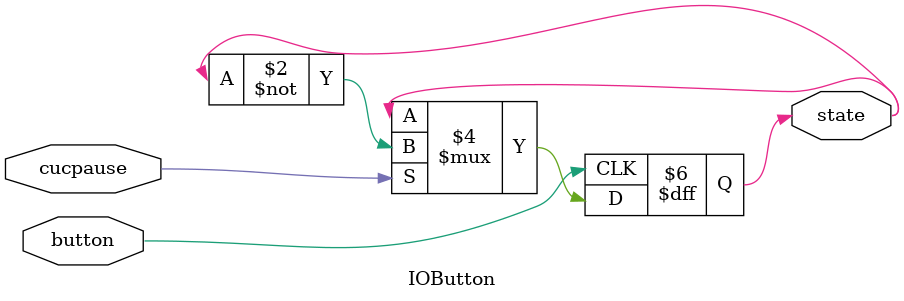
<source format=v>
module IOButton (
	input wire button,
	input wire cucpause,
	output reg state
);

initial begin
	state = 0;
end

always @ (negedge button) begin
	if(cucpause) begin
		state <= ~state;
	end
end

endmodule

</source>
